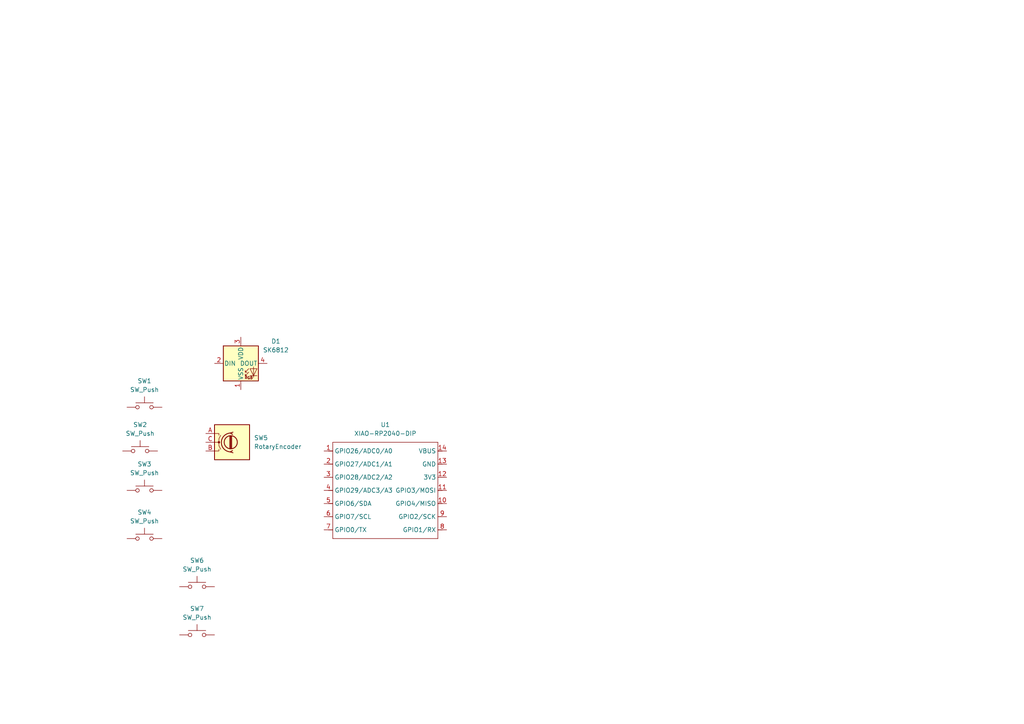
<source format=kicad_sch>
(kicad_sch (version 20250114) (generator "eeschema") (generator_version "9.0")
  (paper "A4")
  (lib_symbols
    (symbol "Device:RotaryEncoder" (pin_names (offset 0.254) (hide yes))
      (property "Reference" "SW" (at 0 6.604 0))
      (property "Value" "RotaryEncoder" (at 0 -6.604 0))
      (symbol "RotaryEncoder_0_1"
        (rectangle (start -5.08 5.08) (end 5.08 -5.08) (stroke (width 0.254)) (fill (type background)))
        (polyline (pts (xy -5.08 2.54) (xy -3.81 2.54) (xy -3.81 2.032)))
        (polyline (pts (xy -5.08 0) (xy -3.81 0) (xy -3.81 -1.016) (xy -3.302 -2.032)))
        (polyline (pts (xy -5.08 -2.54) (xy -3.81 -2.54) (xy -3.81 -2.032)))
        (polyline (pts (xy -4.318 0) (xy -3.81 0) (xy -3.81 1.016) (xy -3.302 2.032)))
        (circle (center -3.81 0) (radius 0.254) (fill (type outline)))
        (polyline (pts (xy -0.635 -1.778) (xy -0.635 1.778)) (stroke (width 0.254)))
        (circle (center -0.381 0) (radius 1.905) (stroke (width 0.254)))
        (polyline (pts (xy -0.381 -1.778) (xy -0.381 1.778)) (stroke (width 0.254)))
        (arc (start -0.381 -2.794) (mid -3.0988 -0.0635) (end -0.381 2.667) (stroke (width 0.254)))
        (polyline (pts (xy -0.127 1.778) (xy -0.127 -1.778)) (stroke (width 0.254)))
        (polyline (pts (xy 0.254 2.921) (xy -0.508 2.667) (xy 0.127 2.286)) (stroke (width 0.254)))
        (polyline (pts (xy 0.254 -3.048) (xy -0.508 -2.794) (xy 0.127 -2.413)) (stroke (width 0.254)))
      )
      (symbol "RotaryEncoder_1_1"
        (pin passive line (at -7.62 2.54 0) (length 2.54) (name "A") (number "A"))
        (pin passive line (at -7.62 0 0) (length 2.54) (name "C") (number "C"))
        (pin passive line (at -7.62 -2.54 0) (length 2.54) (name "B") (number "B"))
      )
    )
    (symbol "LED:SK6812" (pin_names (offset 0.254))
      (property "Reference" "D" (at 5.08 5.715 0))
      (property "Value" "SK6812" (at 1.27 -5.715 0))
      (symbol "SK6812_0_0"
        (text "RGB" (at 2.286 -4.191 0) (effects (font (size 0.762 0.762))))
      )
      (symbol "SK6812_0_1"
        (polyline (pts (xy 1.27 -2.54) (xy 1.778 -2.54)))
        (polyline (pts (xy 1.27 -3.556) (xy 1.778 -3.556)))
        (polyline (pts (xy 2.286 -1.524) (xy 1.27 -2.54) (xy 1.27 -2.032)))
        (polyline (pts (xy 2.286 -2.54) (xy 1.27 -3.556) (xy 1.27 -3.048)))
        (polyline (pts (xy 3.683 -1.016) (xy 3.683 -3.556) (xy 3.683 -4.064)))
        (polyline (pts (xy 4.699 -1.524) (xy 2.667 -1.524) (xy 3.683 -3.556) (xy 4.699 -1.524)))
        (polyline (pts (xy 4.699 -3.556) (xy 2.667 -3.556)))
        (rectangle (start 5.08 5.08) (end -5.08 -5.08) (stroke (width 0.254)) (fill (type background)))
      )
      (symbol "SK6812_1_1"
        (pin input line (at -7.62 0 0) (length 2.54) (name "DIN") (number "2"))
        (pin power_in line (at 0 7.62 270) (length 2.54) (name "VDD") (number "3"))
        (pin power_in line (at 0 -7.62 90) (length 2.54) (name "VSS") (number "1"))
        (pin output line (at 7.62 0 180) (length 2.54) (name "DOUT") (number "4"))
      )
    )
    (symbol "Seeed_Studio_XIAO_Series:XIAO-RP2040-DIP"
      (property "Reference" "U" (at 0 0 0))
      (property "Value" "XIAO-RP2040-DIP" (at 5.334 -1.778 0))
      (symbol "XIAO-RP2040-DIP_1_0"
        (polyline (pts (xy -1.27 -2.54) (xy 29.21 -2.54)) (stroke (width 0.1524)))
        (polyline (pts (xy -1.27 -5.08) (xy -2.54 -5.08)) (stroke (width 0.1524)))
        (polyline (pts (xy -1.27 -5.08) (xy -1.27 -2.54)) (stroke (width 0.1524)))
        (polyline (pts (xy -1.27 -8.89) (xy -2.54 -8.89)) (stroke (width 0.1524)))
        (polyline (pts (xy -1.27 -8.89) (xy -1.27 -5.08)) (stroke (width 0.1524)))
        (polyline (pts (xy -1.27 -12.7) (xy -2.54 -12.7)) (stroke (width 0.1524)))
        (polyline (pts (xy -1.27 -12.7) (xy -1.27 -8.89)) (stroke (width 0.1524)))
        (polyline (pts (xy -1.27 -16.51) (xy -2.54 -16.51)) (stroke (width 0.1524)))
        (polyline (pts (xy -1.27 -16.51) (xy -1.27 -12.7)) (stroke (width 0.1524)))
        (polyline (pts (xy -1.27 -20.32) (xy -2.54 -20.32)) (stroke (width 0.1524)))
        (polyline (pts (xy -1.27 -24.13) (xy -2.54 -24.13)) (stroke (width 0.1524)))
        (polyline (pts (xy -1.27 -27.94) (xy -2.54 -27.94)) (stroke (width 0.1524)))
        (polyline (pts (xy -1.27 -30.48) (xy -1.27 -16.51)) (stroke (width 0.1524)))
        (polyline (pts (xy 29.21 -2.54) (xy 29.21 -5.08)) (stroke (width 0.1524)))
        (polyline (pts (xy 29.21 -5.08) (xy 29.21 -8.89)) (stroke (width 0.1524)))
        (polyline (pts (xy 29.21 -8.89) (xy 29.21 -12.7)) (stroke (width 0.1524)))
        (polyline (pts (xy 29.21 -12.7) (xy 29.21 -30.48)) (stroke (width 0.1524)))
        (polyline (pts (xy 29.21 -30.48) (xy -1.27 -30.48)) (stroke (width 0.1524)))
        (polyline (pts (xy 30.48 -5.08) (xy 29.21 -5.08)) (stroke (width 0.1524)))
        (polyline (pts (xy 30.48 -8.89) (xy 29.21 -8.89)) (stroke (width 0.1524)))
        (polyline (pts (xy 30.48 -12.7) (xy 29.21 -12.7)) (stroke (width 0.1524)))
        (polyline (pts (xy 30.48 -16.51) (xy 29.21 -16.51)) (stroke (width 0.1524)))
        (polyline (pts (xy 30.48 -20.32) (xy 29.21 -20.32)) (stroke (width 0.1524)))
        (polyline (pts (xy 30.48 -24.13) (xy 29.21 -24.13)) (stroke (width 0.1524)))
        (polyline (pts (xy 30.48 -27.94) (xy 29.21 -27.94)) (stroke (width 0.1524)))
        (pin passive line (at -3.81 -5.08 0) (length 2.54) (name "GPIO26/ADC0/A0") (number "1"))
        (pin passive line (at -3.81 -8.89 0) (length 2.54) (name "GPIO27/ADC1/A1") (number "2"))
        (pin passive line (at -3.81 -12.7 0) (length 2.54) (name "GPIO28/ADC2/A2") (number "3"))
        (pin passive line (at -3.81 -16.51 0) (length 2.54) (name "GPIO29/ADC3/A3") (number "4"))
        (pin passive line (at -3.81 -20.32 0) (length 2.54) (name "GPIO6/SDA") (number "5"))
        (pin passive line (at -3.81 -24.13 0) (length 2.54) (name "GPIO7/SCL") (number "6"))
        (pin passive line (at -3.81 -27.94 0) (length 2.54) (name "GPIO0/TX") (number "7"))
        (pin passive line (at 31.75 -5.08 180) (length 2.54) (name "VBUS") (number "14"))
        (pin passive line (at 31.75 -8.89 180) (length 2.54) (name "GND") (number "13"))
        (pin passive line (at 31.75 -12.7 180) (length 2.54) (name "3V3") (number "12"))
        (pin passive line (at 31.75 -16.51 180) (length 2.54) (name "GPIO3/MOSI") (number "11"))
        (pin passive line (at 31.75 -20.32 180) (length 2.54) (name "GPIO4/MISO") (number "10"))
        (pin passive line (at 31.75 -24.13 180) (length 2.54) (name "GPIO2/SCK") (number "9"))
        (pin passive line (at 31.75 -27.94 180) (length 2.54) (name "GPIO1/RX") (number "8"))
      )
    )
    (symbol "Switch:SW_Push" (pin_numbers (hide yes)) (pin_names (offset 1.016) (hide yes))
      (property "Reference" "SW" (at 1.27 2.54 0))
      (property "Value" "SW_Push" (at 0 -1.524 0))
      (symbol "SW_Push_0_1"
        (circle (center -2.032 0) (radius 0.508))
        (polyline (pts (xy 0 1.27) (xy 0 3.048)))
        (circle (center 2.032 0) (radius 0.508))
        (polyline (pts (xy 2.54 1.27) (xy -2.54 1.27)))
        (pin passive line (at -5.08 0 0) (length 2.54) (name "1") (number "1"))
        (pin passive line (at 5.08 0 180) (length 2.54) (name "2") (number "2"))
      )
    )
  )
  (symbol (lib_id "Switch:SW_Push") (at 40.64 130.81 0) (unit 1)
    (property "Reference" "SW2" (at 40.64 123.19 0))
    (property "Value" "SW_Push" (at 40.64 125.73 0))
    (property "Description" "Push button switch, generic, two pins" (effects (hide yes)))
  )
  (symbol (lib_id "Switch:SW_Push") (at 41.91 142.24 0) (unit 1)
    (property "Reference" "SW3" (at 41.91 134.62 0))
    (property "Value" "SW_Push" (at 41.91 137.16 0))
    (property "Description" "Push button switch, generic, two pins" (effects (hide yes)))
  )
  (symbol (lib_id "Device:RotaryEncoder") (at 67.31 128.27 0) (unit 1)
    (property "Reference" "SW5" (at 73.66 126.9999 0) (effects (justify left)))
    (property "Value" "RotaryEncoder" (at 73.66 129.5399 0) (effects (justify left)))
    (property "Description" "Rotary encoder, dual channel, incremental quadrate outputs" (effects (hide yes)))
  )
  (symbol (lib_id "Seeed_Studio_XIAO_Series:XIAO-RP2040-DIP") (at 97.79 125.73 0) (unit 1)
    (property "Reference" "U1" (at 111.76 123.19 0))
    (property "Value" "XIAO-RP2040-DIP" (at 111.76 125.73 0))
    (property "Footprint" "Module:MOUDLE14P-XIAO-DIP-SMD" (effects (hide yes)))
  )
  (symbol (lib_id "Switch:SW_Push") (at 41.91 156.21 0) (unit 1)
    (property "Reference" "SW4" (at 41.91 148.59 0))
    (property "Value" "SW_Push" (at 41.91 151.13 0))
    (property "Description" "Push button switch, generic, two pins" (effects (hide yes)))
  )
  (symbol (lib_id "Switch:SW_Push") (at 41.91 118.11 0) (unit 1)
    (property "Reference" "SW1" (at 41.91 110.49 0))
    (property "Value" "SW_Push" (at 41.91 113.03 0))
    (property "Description" "Push button switch, generic, two pins" (effects (hide yes)))
  )
  (symbol (lib_id "LED:SK6812") (at 69.85 105.41 0) (unit 1)
    (property "Reference" "D1" (at 80.01 98.9898 0))
    (property "Value" "SK6812" (at 80.01 101.5298 0))
    (property "Footprint" "LED_SMD:LED_SK6812_PLCC4_5.0x5.0mm_P3.2mm" (effects (hide yes)))
    (property "Datasheet" "https://cdn-shop.adafruit.com/product-files/1138/SK6812+LED+datasheet+.pdf" (effects (hide yes)))
    (property "Description" "RGB LED with integrated controller" (effects (hide yes)))
  )
  (symbol (lib_id "Switch:SW_Push") (at 57.15 184.15 0) (unit 1)
    (property "Reference" "SW7" (at 57.15 176.53 0))
    (property "Value" "SW_Push" (at 57.15 179.07 0))
    (property "Description" "Push button switch, generic, two pins" (effects (hide yes)))
  )
  (symbol (lib_id "Switch:SW_Push") (at 57.15 170.18 0) (unit 1)
    (property "Reference" "SW6" (at 57.15 162.56 0))
    (property "Value" "SW_Push" (at 57.15 165.1 0))
    (property "Description" "Push button switch, generic, two pins" (effects (hide yes)))
  )
)
</source>
